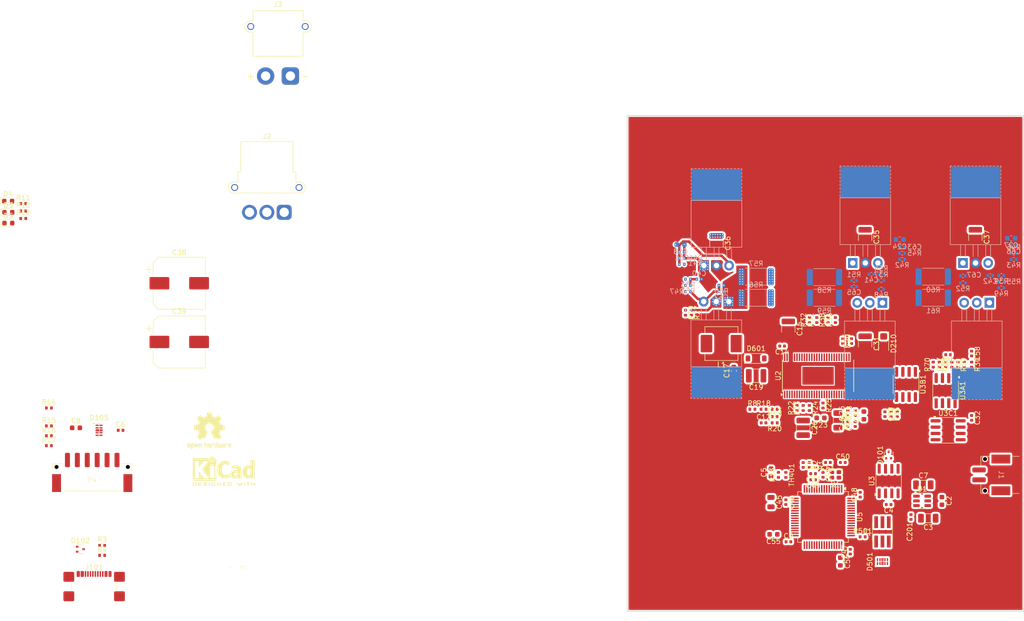
<source format=kicad_pcb>
(kicad_pcb (version 20241229) (generator "pcbnew") (generator_version "9.0")
  (layers (0 "F.Cu" mixed) (4 "In1.Cu" power) (6 "In2.Cu" mixed) (8 "In3.Cu" mixed) (10 "In4.Cu" power) (2 "B.Cu" signal) (13 "F.Paste" user) (15 "B.Paste" user) (5 "F.SilkS" user "F.Silkscreen") (7 "B.SilkS" user "B.Silkscreen") (1 "F.Mask" user) (3 "B.Mask" user) (25 "Edge.Cuts" user))
  (net 0 "")
  (net 1 "/MCU/AN_IN")
  (net 2 "Net-(U1-CP+)")
  (net 3 "Net-(U1-CP-)")
  (net 4 "VCC")
  (net 5 "Net-(U1-VOUT)")
  (net 6 "/MCU/ADC_TEMP")
  (net 7 "/Filters/TEMP_IN")
  (net 8 "Net-(C12-Pad2)")
  (net 9 "Net-(U2-COMP)")
  (net 10 "Net-(U2-SS_TR)")
  (net 11 "V_SUPPLY")
  (net 12 "/MCU/BR_SO1")
  (net 13 "Net-(U2-BST_BK)")
  (net 14 "Net-(D601-K)")
  (net 15 "Net-(U2-BST_A)")
  (net 16 "/Mosfet driver/H1_VS")
  (net 17 "Net-(U2-CP2)")
  (net 18 "Net-(U2-CP1)")
  (net 19 "/Mosfet driver/H2_VS")
  (net 20 "Net-(U2-BST_B)")
  (net 21 "Net-(U2-GVDD)")
  (net 22 "Net-(U2-BST_C)")
  (net 23 "/Mosfet driver/H3_VS")
  (net 24 "Net-(U2-DVDD)")
  (net 25 "GND")
  (net 26 "SNA")
  (net 27 "Net-(U2-AVDD)")
  (net 28 "SNB")
  (net 29 "SNC")
  (net 30 "Net-(C40-Pad2)")
  (net 31 "Net-(C41-Pad2)")
  (net 32 "Net-(C42-Pad2)")
  (net 33 "Net-(U5-PH0-OSC_IN)")
  (net 34 "Net-(U5-PH1-OSC_OUT)")
  (net 35 "NRST")
  (net 36 "Net-(U5-VCAP1)")
  (net 37 "Net-(U5-VCAP2)")
  (net 38 "/MCU/BR_SO2")
  (net 39 "/MCU/BR_SO3")
  (net 40 "Net-(U3B1B-+)")
  (net 41 "Net-(Q1-G)")
  (net 42 "Net-(Q4-G)")
  (net 43 "Net-(Q2-G)")
  (net 44 "Net-(Q5-G)")
  (net 45 "Net-(Q3-G)")
  (net 46 "Net-(Q6-G)")
  (net 47 "Net-(D3-A)")
  (net 48 "Net-(D4-A)")
  (net 49 "Net-(D5-A)")
  (net 50 "/CAN bus transceiver/CANL")
  (net 51 "/CAN bus transceiver/CANH")
  (net 52 "Net-(D102-Pad2)")
  (net 53 "Net-(D102-Pad1)")
  (net 54 "/Filters/HALL2_IN")
  (net 55 "/HALL3")
  (net 56 "/Filters/HALL1_IN")
  (net 57 "SWDIO")
  (net 58 "SWCLK")
  (net 59 "PB3")
  (net 68 "/MCU/USB_DM")
  (net 69 "/MCU/USB_DP")
  (net 70 "Net-(R6-Pad2)")
  (net 71 "Net-(R30-Pad2)")
  (net 72 "Net-(U2-VSENSE)")
  (net 73 "/MCU/LED_RED")
  (net 74 "/MCU/LED_GREEN")
  (net 75 "Net-(U2-RT_CLK)")
  (net 76 "/MCU/FAULT")
  (net 77 "Net-(U2-DTC)")
  (net 78 "/MCU/SDO")
  (net 79 "/MCU/EN_GATE")
  (net 80 "Net-(U2-S01)")
  (net 81 "/MCU/SENS1")
  (net 82 "Net-(U2-S02)")
  (net 83 "/MCU/SENS2")
  (net 84 "/MCU/SENS3")
  (net 85 "/Mosfet driver/GH_A")
  (net 86 "/Mosfet driver/GH_B")
  (net 87 "/Mosfet driver/GH_C")
  (net 88 "/Mosfet driver/GL_A")
  (net 89 "/Mosfet driver/GL_B")
  (net 90 "/Mosfet driver/GL_C")
  (net 91 "Net-(U3A1A--)")
  (net 92 "Net-(U3A1A-+)")
  (net 93 "Net-(R70-Pad2)")
  (net 94 "Net-(U3B1B--)")
  (net 95 "/MCU/H3")
  (net 97 "/MCU/L2")
  (net 98 "/MCU/L3")
  (net 100 "/MCU/SLCK")
  (net 101 "/MCU/H2")
  (net 102 "/MCU/L1")
  (net 103 "/MCU/H1")
  (net 105 "/MCU/SDI")
  (net 107 "/MCU/CS")
  (net 108 "/CAN bus transceiver/CAN_RX")
  (net 109 "/CAN bus transceiver/CAN_TX")
  (net 110 "PC5")
  (net 111 "/MCU/TX_SCL_MOSI")
  (net 112 "PC13")
  (net 113 "PB4")
  (net 114 "/MCU/RX_SDA_NSS")
  (net 115 "PB2")
  (net 116 "PC14")
  (net 117 "/MCU/SCK_ADC_EXT")
  (net 118 "/MCU/SERVO")
  (net 119 "/MCU/MISO_ADC_EXT2")
  (net 120 "PD2")
  (net 121 "PC15")
  (net 122 "PB12")
  (net 123 "PA15")
  (footprint "Symbol:KiCad-Logo2_5mm_SilkScreen" (layer "F.Cu") (at 18.58687 121.737424)
    (property "Reference" "H9" (hide yes))
    (property "Value" "KiCAD Logo" (hide yes))
  )
  (footprint "Resistor_SMD:R_0402_1005Metric" (layer "F.Cu") (at 142 91.25 90)
    (property "Reference" "R36")
    (property "Value" "47k")
  )
  (footprint "Package_SO:HTSSOP-56-1EP_6.1x14mm_P0.5mm_EP3.61x6.35mm" (layer "F.Cu") (at 138.5 102.5 90)
    (property "Reference" "U2")
    (property "Value" "DRV8301")
  )
  (footprint "Resistor_SMD:R_0402_1005Metric" (layer "F.Cu") (at 135.5 109 90)
    (property "Reference" "R23")
    (property "Value" "10k")
  )
  (footprint "Resistor_SMD:R_0402_1005Metric" (layer "F.Cu") (at -16.74 114.61)
    (property "Reference" "R16")
    (property "Value" "2k2")
  )
  (footprint "Bluesat:M2.5" (layer "F.Cu") (at 21.055 141.995)
    (property "Reference" "H13")
    (property "Value" "MountingHole")
  )
  (footprint "Resistor_SMD:R_0402_1005Metric" (layer "F.Cu") (at 168 100.25 90)
    (property "Reference" "R6")
    (property "Value" "10k")
  )
  (footprint "Bluesat:M2.5" (layer "F.Cu") (at 13.655 138.295)
    (property "Reference" "H1")
    (property "Value" "MountingHole")
  )
  (footprint "Package_SO:SOIC-8_3.9x4.9mm_P1.27mm" (layer "F.Cu") (at 152.75 123.75 90)
    (property "Reference" "U3")
    (property "Value" "TCAN1462V")
  )
  (footprint "Resistor_SMD:R_0402_1005Metric" (layer "F.Cu") (at -16.74 112.62)
    (property "Reference" "R15")
    (property "Value" "2k2")
  )
  (footprint "Capacitor_SMD:C_0402_1005Metric" (layer "F.Cu") (at 127.5 112)
    (property "Reference" "C12")
    (property "Value" "10n")
  )
  (footprint "Capacitor_SMD:C_0402_1005Metric" (layer "F.Cu") (at 152 110.25 -90)
    (property "Reference" "C59")
    (property "Value" "100n")
  )
  (footprint "Capacitor_SMD:C_0402_1005Metric" (layer "F.Cu") (at 137.5 122.25 180)
    (property "Reference" "C53")
    (property "Value" "220n")
  )
  (footprint "Bluesat:M2.5" (layer "F.Cu") (at 17.355 141.995)
    (property "Reference" "H6")
    (property "Value" "MountingHole")
  )
  (footprint "Resistor_SMD:R_0402_1005Metric" (layer "F.Cu") (at -21.925 67.75)
    (property "Reference" "R11")
    (property "Value" "470R")
  )
  (footprint "Capacitor_SMD:C_0603_1608Metric" (layer "F.Cu") (at 129 122.01 90)
    (property "Reference" "C5")
    (property "Value" "2u2")
  )
  (footprint "Resistor_SMD:R_0402_1005Metric" (layer "F.Cu") (at 112.94 89.76 -90)
    (property "Reference" "R27")
    (property "Value" "47k")
  )
  (footprint "Package_SO:SOP-8_3.76x4.96mm_P1.27mm" (layer "F.Cu") (at 164.25 105.5 -90)
    (property "Reference" "U3A1")
    (property "Value" "TP2604-SR")
  )
  (footprint "Inductor_SMD:L_Changjiang_FXL0630" (layer "F.Cu") (at 119 96 180)
    (property "Reference" "L1")
    (property "Value" "47u")
  )
  (footprint "Package_SO:SOP-8_3.76x4.96mm_P1.27mm" (layer "F.Cu") (at 164.75 113.5)
    (property "Reference" "U3C1")
    (property "Value" "TP2604-SR")
  )
  (footprint "Package_DFN_QFN:Diodes_UDFN-10_1.0x2.5mm_P0.5mm" (layer "F.Cu") (at -6.6125 113.5)
    (property "Reference" "D105")
    (property "Value" "3V3")
  )
  (footprint "Resistor_SMD:R_0402_1005Metric" (layer "F.Cu") (at 138.25 91.25 90)
    (property "Reference" "R31")
    (property "Value" "47k")
  )
  (footprint "Capacitor_SMD:C_1210_3225Metric" (layer "F.Cu") (at 126 102.5 180)
    (property "Reference" "C19")
    (property "Value" "22u")
  )
  (footprint "Resistor_SMD:R_0402_1005Metric" (layer "F.Cu") (at 154.5 110.25 90)
    (property "Reference" "R34")
    (property "Value" "10k")
  )
  (footprint "Bluesat:BM06B-PASK" (layer "F.Cu") (at -8 119.5)
    (property "Reference" "P4")
    (property "Value" "HALL/Encoder")
  )
  (footprint "Capacitor_SMD:C_0402_1005Metric" (layer "F.Cu") (at 157.25 131 -90)
    (property "Reference" "C201")
    (property "Value" "220n")
  )
  (footprint "Connector_AMASS:AMASS_XT30PW-M_1x02_P2.50mm_Horizontal" (layer "F.Cu") (at 32 42)
    (property "Reference" "J3")
    (property "Value" "Conn_01x02")
  )
  (footprint "Package_SO:SOP-8_3.76x4.96mm_P1.27mm" (layer "F.Cu") (at 156.25 104.25 -90)
    (property "Reference" "U3B1")
    (property "Value" "TP2604-SR")
  )
  (footprint "Capacitor_SMD:C_0402_1005Metric" (layer "F.Cu") (at 143.5 120)
    (property "Reference" "C50")
    (property "Value" "10p")
  )
  (footprint "LED_SMD:LED_0603_1608Metric" (layer "F.Cu") (at -24.925 69.5)
    (property "Reference" "D3")
    (property "Value" "RED")
  )
  (footprint "Capacitor_SMD:C_0402_1005Metric" (layer "F.Cu") (at 145.25 95.5 90)
    (property "Reference" "C33")
    (property "Value" "1n")
  )
  (footprint "Resistor_SMD:R_0402_1005Metric" (layer "F.Cu") (at 164.25 100.25 90)
    (property "Reference" "R67")
    (property "Value" "1k")
  )
  (footprint "Capacitor_SMD:C_1210_3225Metric" (layer "F.Cu") (at 170.25 74.5 -90)
    (property "Reference" "C37")
    (property "Value" "4u7")
  )
  (footprint "Package_DFN_QFN:Diodes_UDFN-10_1.0x2.5mm_P0.5mm" (layer "F.Cu") (at 151.5 140 90)
    (property "Reference" "D501")
    (property "Value" "3V3")
  )
  (footprint "Package_TO_SOT_SMD:SOT-523" (layer "F.Cu") (at 152.75 118.5 90)
    (property "Reference" "D101")
    (property "Value" "5V")
  )
  (footprint "LED_SMD:LED_0603_1608Metric" (layer "F.Cu") (at -24.9625 67.25)
    (property "Reference" "D4")
    (property "Value" "GRN")
  )
  (footprint "Package_TO_SOT_SMD:SOT-23-6" (layer "F.Cu") (at 159.5 127.75)
    (property "Reference" "U1")
    (property "Value" "HX4002")
  )
  (footprint "Package_QFP:LQFP-64_10x10mm_P0.5mm" (layer "F.Cu") (at 139.5 131 -90)
    (property "Reference" "U5")
    (property "Value" "STM32F405RGT6")
  )
  (footprint "Resistor_SMD:R_0402_1005Metric" (layer "F.Cu") (at -21.925 69.25)
    (property "Reference" "R10")
    (property "Value" "470R")
  )
  (footprint "Resistor_SMD:R_0402_1005Metric" (layer "F.Cu") (at -21.925 70.75)
    (property "Reference" "R12")
    (property "Value" "2k2")
  )
  (footprint "Capacitor_SMD:CP_Elec_10x10" (layer "F.Cu") (at 9.565 83.82)
    (property "Reference" "C38")
    (property "Value" "270u")
  )
  (footprint "Capacitor_SMD:C_0402_1005Metric" (layer "F.Cu") (at 146 112.25 90)
    (property "Reference" "C57")
    (property "Value" "1n")
  )
  (footprint "Resistor_SMD:R_0402_1005Metric" (layer "F.Cu") (at -6 136.75)
    (property "Reference" "R3")
    (property "Value" "22R")
  )
  (footprint "Resistor_SMD:R_0402_1005Metric" (layer "F.Cu") (at 147.5 135)
    (property "Reference" "R501")
    (property "Value" "10k")
  )
  (footprint "Resistor_SMD:R_0402_1005Metric" (layer "F.Cu") (at 129.75 112 180)
    (property "Reference" "R20")
    (property "Value" "15k")
  )
  (footprint "Capacitor_SMD:C_0402_1005Metric" (layer "F.Cu") (at 132 128 -90)
    (property "Reference" "C46")
    (property "Value" "220n")
  )
  (footprint "Bluesat:M2.5" (layer "F.Cu") (at 21.055 138.295)
    (property "Reference" "H8")
    (property "Value" "MountingHole")
  )
  (footprint "Capacitor_SMD:C_0402_1005Metric" (layer "F.Cu") (at 164.75 98.25 180)
    (property "Reference" "C34")
    (property "Value" "1n")
  )
  (footprint "Capacitor_SMD:C_0603_1608Metric" (layer "F.Cu") (at 163.5 127.75 -90)
    (property "Reference" "C2")
    (property "Value" "2u2")
  )
  (footprint "Diode_SMD:D_SOD-123" (layer "F.Cu") (at 126 99)
    (property "Reference" "D601")
    (property "Value" "D_Schottky")
  )
  (footprint "Capacitor_SMD:CP_Elec_10x10" (layer "F.Cu") (at 9.565 95.67)
    (property "Reference" "C39")
    (property "Value" "270u")
  )
  (footprint "Resistor_SMD:R_0402_1005Metric" (layer "F.Cu") (at 146 110 90)
    (property "Reference" "R28")
    (property "Value" "1k")
  )
  (footprint "Resistor_SMD:R_0402_1005Metric" (layer "F.Cu") (at 127.5 109.25)
    (property "Reference" "R18")
    (property "Value" "4k7")
  )
  (footprint "Capacitor_SMD:C_0603_1608Metric" (layer "F.Cu") (at 147.75 110.5 90)
    (property "Reference" "C30")
    (property "Value" "2u2")
  )
  (footprint "Capacitor_SMD:C_0603_1608Metric" (layer "F.Cu") (at 129.5 134.5 180)
    (property "Reference" "C55")
    (property "Value" "2u2")
  )
  (footprint "Capacitor_SMD:C_0402_1005Metric" (layer "F.Cu") (at 131.25 96.5 180)
    (property "Reference" "C14")
    (property "Value" "10n")
  )
  (footprint "Resistor_SMD:R_0402_1005Metric" (layer "F.Cu") (at 134.25 109 90)
    (property "Reference" "R22")
    (property "Value" "10k")
  )
  (footprint "Resistor_SMD:R_0402_1005Metric" (layer "F.Cu") (at 165.5 100.25 90)
    (property "Reference" "R66")
    (property "Value" "1k")
  )
  (footprint "Capacitor_SMD:C_0402_1005Metric" (layer "F.Cu") (at 169.5 111 -90)
    (property "Reference" "C32")
    (property "Value" "220n")
  )
  (footprint "Capacitor_SMD:C_1206_3216Metric" (layer "F.Cu") (at 160.75 131.25 180)
    (property "Reference" "C3")
    (property "Value" "10u")
  )
  (footprint "Resistor_SMD:R_0402_1005Metric" (layer "F.Cu") (at 139.5 108.5 -90)
    (property "Reference" "R25")
    (property "Value" "2k2")
  )
  (footprint "Symbol:OSHW-Logo2_9.8x8mm_SilkScreen" (layer "F.Cu") (at 15.646154 113.572308)
    (property "Reference" "H4" (hide yes))
    (property "Value" "Open Hardware Logo" (hide yes))
  )
  (footprint "Capacitor_SMD:C_0603_1608Metric" (layer "F.Cu") (at -11.275 113)
    (property "Reference" "C8")
    (property "Value" "2u2")
  )
  (footprint "Capacitor_SMD:C_1210_3225Metric" (layer "F.Cu") (at 118 75.75 -90)
    (property "Reference" "C36")
    (property "Value" "4u7")
  )
  (footprint "Resistor_SMD:R_0402_1005Metric" (layer "F.Cu") (at 136.75 109 -90)
    (property "Reference" "R24")
    (property "Value" "1k")
  )
  (footprint "Resistor_SMD:R_0402_1005Metric" (layer "F.Cu") (at 140.5 91.25 90)
    (property "Reference" "R38")
    (property "Value" "2k2")
  )
  (footprint "Connector_PinHeader_1.27mm:PinHeader_2x03_P1.27mm_Vertical_SMD" (layer "F.Cu") (at 151.5 134 90)
    (property "Reference" "J7")
    (property "Value" "Conn_02x03_Odd_Even")
  )
  (footprint "Capacitor_SMD:C_0402_1005Metric" (layer "F.Cu") (at 147 126.5 90)
    (property "Reference" "C48")
    (property "Value" "220n")
  )
  (footprint "Resistor_SMD:R_0402_1005Metric" (layer "F.Cu") (at 166.75 100.25 -90)
    (property "Reference" "R69")
    (property "Value" "10k")
  )
  (footprint "Resistor_SMD:R_0402_1005Metric" (layer "F.Cu") (at 136.75 91.25 90)
    (property "Reference" "R32")
    (property "Value" "2k2")
  )
  (footprint "Capacitor_SMD:C_0402_1005Metric" (layer "F.Cu") (at 152.75 128.5 180)
    (property "Reference" "C4")
    (property "Value" "220n")
  )
  (footprint "Capacitor_SMD:C_0402_1005Metric" (layer "F.Cu") (at 144.5 112.25 90)
    (property "Reference" "C16")
    (property "Value" "1n")
  )
  (footprint "Resistor_SMD:R_0402_1005Metric" (layer "F.Cu") (at 153.25 110.25 -90)
    (property "Reference" "R35")
    (property "Value" "10k")
  )
  (footprint "Capacitor_SMD:C_1210_3225Metric" (layer "F.Cu") (at 132.5 93 -90)
    (property "Reference" "C15")
    (property "Value" "4u7")
  )
  (footprint "Crystal:Crystal_SMD_2016-4Pin_2.0x1.6mm" (layer "F.Cu") (at 142 122.5 180)
    (property "Reference" "X1")
    (property "Value" "24MHz")
  )
  (footprint "Resistor_SMD:R_0402_1005Metric" (layer "F.Cu") (at 138 120.5 -90)
    (property "Reference" "R1")
    (property "Value" "220k")
  )
  (footprint "Capacitor_SMD:C_1206_3216Metric" (layer "F.Cu") (at 142.5 111.5 -90)
    (property "Reference" "C28")
    (property "Value" "2u2")
  )
  (footprint "Capacitor_SMD:C_0603_1608Metric" (layer "F.Cu") (at 143 140 -90)
    (property "Reference" "C56")
    (property "Value" "2u2")
  )
  (footprint "Resistor_SMD:R_0402_1005Metric" (layer "F.Cu") (at -16.74 109)
    (property "Reference" "R14")
    (property "Value" "10k")
  )
  (footprint "LED_SMD:LED_0603_1608Metric" (layer "F.Cu") (at -24.925 71.68)
    (property "Reference" "D5")
    (property "Value" "BLU")
  )
  (footprint "Diode_SMD:D_SMF" (layer "F.Cu") (at 151.75 96 -90)
    (property "Reference" "D210")
    (property "Value" "30V")
  )
  (footprint "Capacitor_SMD:C_0402_1005Metric" (layer "F.Cu") (at 132.52 136)
    (property "Reference" "C9")
    (property "Value" "220n")
  )
  (footprint "Resistor_SMD:R_0402_1005Metric" (layer "F.Cu") (at 169.5 100.25 -90)
    (property "Reference" "R30")
    (property "Value" "1k")
  )
  (footprint "Resistor_SMD:R_0402_1005Metric" (layer "F.Cu") (at 136.75 120.5 -90)
    (property "Reference" "R2")
    (property "Value" "10k")
  )
  (footprint "Resistor_SMD:R_0402_1005Metric" (layer "F.Cu") (at 163 100.25 -90)
    (property "Reference" "R73")
    (property "Value" "10k")
  )
  (footprint "Capacitor_SMD:C_1210_3225Metric" (layer "F.Cu") (at 148 96 -90)
    (property "Reference" "C31")
    (property "Value" "4u7")
  )
  (footprint "Capacitor_SMD:C_0402_1005Metric" (layer "F.Cu") (at 135.5 120.5 -90)
    (property "Reference" "C1")
    (property "Value" "33n")
  )
  (footprint "Connector_AMASS:AMASS_MR30PW-FB_1x03_P3.50mm_Horizontal" (layer "F.Cu") (at 30.75 69.5)
    (property "Reference" "J2")
    (property "Value" "Conn_01x03")
  )
  (footprint "Capacitor_SMD:C_1210_3225Metric" (layer "F.Cu") (at 148 74.5 -90)
    (property "Reference" "C35")
    (property "Value" "4u7")
  )
  (footprint "Bluesat:M2.5" (layer "F.Cu") (at 13.655 141.995)
    (property "Reference" "H2")
    (property "Value" "MountingHole")
  )
  (footprint "Capacitor_SMD:C_0402_1005Metric" (layer "F.Cu") (at 129.75 110.75)
    (property "Reference" "C13")
    (property "Value" "100p")
  )
  (footprint "Resistor_SMD:R_0402_1005Metric" (layer "F.Cu") (at 144.5 110 90)
    (property "Reference" "R26")
    (property "Value" "1k")
  )
  (footprint "Capacitor_SMD:C_0402_1005Metric" (layer "F.Cu") (at 139.5 122.5 -90)
    (property "Reference" "C52")
    (property "Value" "100n")
  )
  (footprint "Capacitor_SMD:C_0603_1608Metric" (layer "F.Cu") (at 121.5 101.5 90)
    (property "Reference" "C17")
    (property "Value" "100n")
  )
  (footprint "Capacitor_SMD:C_0402_1005Metric" (layer "F.Cu") (at 145 138 90)
    (property "Reference" "C47")
    (property "Value" "220n")
  )
  (footprint "Connector_USB:USB_C_Receptacle_GCT_USB4110" (layer "F.Cu") (at -7.61 146.175)
    (property "Reference" "J101")
    (property "Value" "USB_C_Receptacle_USB2.0_16P")
  )
  (footprint "Resistor_SMD:R_0402_1005Metric" (layer "F.Cu") (at -6 138.74)
    (property "Reference" "R4")
    (property "Value" "22R")
  )
  (footprint "Capacitor_SMD:C_0402_1005Metric" (layer "F.Cu") (at 169.5 98 -90)
    (property "Reference" "C58")
    (property "Value" "1n")
  )
  (footprint "Resistor_SMD:R_0402_1005Metric" (layer "F.Cu") (at 161.75 100.25 90)
    (property "Reference" "R70")
    (property "Value" "10k")
  )
  (footprint "Resistor_SMD:R_0402_1005Metric" (layer "F.Cu") (at -16.74 116.6)
    (property "Reference" "R17")
    (property "Value" "2k2")
  )
  (footprint "Capacitor_SMD:C_0402_1005Metric" (layer "F.Cu") (at 143.5 95.5 -90)
    (property "Reference" "C29")
    (property "Value" "1n")
  )
  (footprint "Bluesat:M2.5" (layer "F.Cu") (at 17.355 138.295)
    (property "Reference" "H5")
    (property "Value" "MountingHole")
  )
  (footprint "Capacitor_SMD:C_0603_1608Metric" (layer "F.Cu") (at 139 111 180)
    (property "Reference" "C23")
    (property "Value" "33n")
  )
  (footprint "Package_TO_SOT_SMD:SOT-523" (layer "F.Cu") (at -10.395 137.5)
    (property "Reference" "D102")
    (property "Value" "5V")
  )
  (footprint "Resistor_SMD:R_0402_1005Metric" (layer "F.Cu") (at 129.75 109.25 180)
    (property "Reference" "R19")
    (property "Value" "220k")
  )
  (footprint "Resistor_SMD:R_0402_1005Metric" (layer "F.Cu") (at 111.75 89.76 -90)
    (property "Reference" "R29")
    (property "Value" "2k2")
  )
  (footprint "Resistor_SMD:R_0402_1005Metric" (layer "F.Cu") (at 130.5 122.5 90)
    (property "Reference" "R13")
    (property "Value" "10k")
  )
  (footprint "Bluesat:SM02B-PASS" (layer "F.Cu") (at 179.6 122.5 -90)
    (property "Reference" "J1")
    (property "Value" "Conn_01x02")
  )
  (footprint "Capacitor_SMD:C_0805_2012Metric" (layer "F.Cu") (at 129 128 -90)
    (property "Reference" "C45")
    (property "Value" "4u7")
  )
  (footprint "Capacitor_SMD:C_1206_3216Metric" (layer "F.Cu") (at 159.75 124.5)
    (property "Reference" "C7")
    (property "Value" "10u")
  )
  (footprint "Capacitor_SMD:C_0402_1005Metric" (layer "F.Cu") (at -2.27 113.5)
    (property "Reference" "C6")
    (property "Value" "100n")
  )
  (footprint "Capacitor_SMD:C_0402_1005Metric" (layer "F.Cu") (at 140.5 120 180)
    (property "Reference" "C51")
    (property "Value" "10p")
  )
  (footprint "Resistor_SMD:R_0402_1005Metric" (layer "F.Cu") (at 125.25 109.25)
    (property "Reference" "R8")
    (property "Value" "15k")
  )
  (footprint "Resistor_SMD:R_0402_1005Metric" (layer "F.Cu") (at 132 122.51 -90)
    (property "Reference" "TH401")
    (property "Value" "10k")
  )
  (footprint "Capacitor_SMD:C_0402_1005Metric" (layer "F.Cu") (at 137.5 123.5 180)
    (property "Reference" "C49")
    (property "Value" "220n")
  )
  (footprint "Capacitor_SMD:C_1210_3225Metric" (layer "F.Cu") (at 135.5 113 -90)
    (property "Reference" "C26")
    (property "Value" "4u7")
  )
  (footprint "Capacitor_SMD:C_0402_1005Metric" (layer "B.Cu") (at 178 76.25)
    (property "Reference" "C66")
    (property "Value" "1n")
  )
  (footprint "Resistor_SMD:R_0402_1005Metric" (layer "B.Cu") (at 151.26 85)
    (property "Reference" "R48")
    (property "Value" "10R")
  )
  (footprint "Bluesat:TO-220-3-heatsink-pad-tabdown" (layer "B.Cu") (at 175.65 101.88 180)
    (property "Reference" "Q6" (hide yes))
    (property "Value" "NCEP60T20" (hide yes))
  )
  (footprint "Capacitor_SMD:C_0402_1005Metric" (layer "B.Cu") (at 111 77.5)
    (property "Reference" "C61")
    (property "Value" "1n")
  )
  (footprint "Resistor_SMD:R_2512_6332Metric" (layer "B.Cu") (at 161.75 82.5)
    (property "Reference" "R60")
    (property "Value" "1m")
  )
  (footprint "Resistor_SMD:R_0402_1005Metric" (layer "B.Cu") (at 175.5 84.75)
    (property "Reference" "R49")
    (property "Value" "10R")
  )
  (footprint "Bluesat:TO-220-3-heatsink-pad-tabdown" (layer "B.Cu") (at 142.9325 65.6)
    (property "Reference" "Q2" (hide yes))
    (property "Value" "NCEP60T20" (hide yes))
  )
  (footprint "Resistor_SMD:R_0402_1005Metric" (layer "B.Cu") (at 155.475 79)
    (property "Reference" "R42")
    (property "Value" "10R")
  )
  (footprint "Resistor_SMD:R_0402_1005Metric" (layer "B.Cu") (at 112.25 83)
    (property "Reference" "R33")
    (property "Value" "10R")
  )
  (footprint "Resistor_SMD:R_2512_6332Metric" (layer "B.Cu") (at 161.75 86.75)
    (property "Reference" "R61")
    (property "Value" "1m")
  )
  (footprint "Capacitor_SMD:C_0603_1608Metric" (layer "B.Cu") (at 177.475 74.75)
    (property "Reference" "C27")
    (property "Value" "330n")
  )
  (footprint "Resistor_SMD:R_0402_1005Metric" (layer "B.Cu") (at 175.5 83.5 180)
    (property "Reference" "R55")
    (property "Value" "10R")
  )
  (footprint "Resistor_SMD:R_2512_6332Metric" (layer "B.Cu") (at 139.7875 86.75)
    (property "Reference" "R59")
    (property "Value" "1m")
  )
  (footprint "Capacitor_SMD:C_0603_1608Metric" (layer "B.Cu") (at 110.75 76)
    (property "Reference" "C18")
    (property "Value" "330n")
  )
  (footprint "Resistor_SMD:R_0402_1005Metric" (layer "B.Cu") (at 111 78.75)
    (property "Reference" "R44")
    (property "Value" "4k7")
  )
  (footprint "Resistor_SMD:R_0402_1005Metric" (layer "B.Cu") (at 112.25 84.25)
    (property "Reference" "R53")
    (property "Value" "10R")
  )
  (footprint "Resistor_SMD:R_2512_6332Metric" (layer "B.Cu") (at 139.7875 82.59)
    (property "Reference" "R58")
    (property "Value" "1m")
  )
  (footprint "Resistor_SMD:R_0402_1005Metric" (layer "B.Cu") (at 151.24 82 180)
    (property "Reference" "R54")
    (property "Value" "10R")
  )
  (footprint "Bluesat:TO-220-3-heatsink-pad-tabdown" (layer "B.Cu") (at 123.0675 101.65 180)
    (property "Reference" "Q4" (hide yes))
    (property "Value" "NCEP60T20" (hide yes))
  )
  (footprint "Resistor_SMD:R_0402_1005Metric" (layer "B.Cu") (at 119 84.25)
    (property "Reference" "R50")
    (property "Value" "4k7")
  )
  (footprint "Capacitor_SMD:C_0402_1005Metric" (layer "B.Cu") (at 149.25 82)
    (property "Reference" "C41")
    (property "Value" "3n3")
  )
  (footprint "Capacitor_SMD:C_0603_1608Metric" (layer "B.Cu") (at 154.975 75)
    (property "Reference" "C24")
    (property "Value" "330n")
  )
  (footprint "Resistor_SMD:R_0402_1005Metric" (layer "B.Cu") (at 175.5 82.25)
    (property "Reference" "R39")
    (property "Value" "10R")
  )
  (footprint "Resistor_SMD:R_0402_1005Metric" (layer "B.Cu") (at 151.26 83.25 180)
    (property "Reference" "R37")
    (property "Value" "10R")
  )
  (footprint "Bluesat:TO-220-3-heatsink-pad-tabdown" (layer "B.Cu") (at 112.89 66.12)
    (property "Reference" "Q1" (hide yes))
    (property "Value" "NCEP60T20" (hide yes))
  )
  (footprint "Resistor_SMD:R_0402_1005Metric" (layer "B.Cu") (at 155.475 77.75 180)
    (property "Reference" "R45")
    (property "Value" "4k7")
  )
  (footprint "Resistor_SMD:R_2512_6332Metric" (layer "B.Cu") (at 126 82.5 180)
    (property "Reference" "R57")
    (property "Value" "1m")
  )
  (footprint "Resistor_SMD:R_0402_1005Metric" (layer "B.Cu") (at 111 80)
    (property "Reference" "R41")
    (property "Value" "10R")
  )
  (footprint "Bluesat:TO-220-3-heatsink-pad-tabdown" (layer "B.Cu") (at 165.1825 65.6)
    (property "Reference" "Q3" (hide yes))
    (property "Value" "NCEP60T20" (hide yes))
  )
  (footprint "Resistor_SMD:R_0402_1005Metric" (layer "B.Cu") (at 178 79)
    (property "Reference" "R43")
    (property "Value" "10R")
  )
  (footprint "Bluesat:TO-220-3-heatsink-pad-tabdown" (layer "B.Cu") (at 154.0675 101.9 180)
    (property "Reference" "Q5" (hide yes))
    (property "Value" "NCEP60T20" (hide yes))
  )
  (footprint "Capacitor_SMD:C_0402_1005Metric" (layer "B.Cu") (at 173.25 82.25)
    (property "Reference" "C42")
    (property "Value" "3n3")
  )
  (footprint "Resistor_SMD:R_0402_1005Metric" (layer "B.Cu") (at 167.75 83.75)
    (property "Reference" "R52")
    (property "Value" "4k7")
  )
  (footprint "Capacitor_SMD:C_0402_1005Metric" (layer "B.Cu") (at 119 85.5)
    (property "Reference" "C62")
    (property "Value" "1n")
  )
  (footprint "Resistor_SMD:R_0402_1005Metric" (layer "B.Cu") (at 178 77.75 180)
    (property "Reference" "R46")
    (property "Value" "4k7")
  )
  (footprint "Resistor_SMD:R_0402_1005Metric" (layer "B.Cu") (at 112.25 85.5 180)
    (property "Reference" "R47")
    (property "Value" "10R")
  )
  (footprint "Capacitor_SMD:C_0402_1005Metric" (layer "B.Cu") (at 145.77 84.5)
    (property "Reference" "C65")
    (property "Value" "1n")
  )
  (footprint "Capacitor_SMD:C_0402_1005Metric" (layer "B.Cu") (at 114.5 83 180)
    (property "Reference" "C40")
    (property "Value" "3n3")
  )
  (footprint "Resistor_SMD:R_2512_6332Metric" (layer "B.Cu") (at 126 86.75 180)
    (property "Reference" "R56")
    (property "Value" "1m")
  )
  (footprint "Resistor_SMD:R_0402_1005Metric" (layer "B.Cu") (at 145.75 83.25 180)
    (property "Reference" "R51")
    (property "Value" "4k7")
  )
  (footprint "Capacitor_SMD:C_0402_1005Metric" (layer "B.Cu") (at 167.75 82.32 180)
    (property "Reference" "C67")
    (property "Value" "1n")
  )
  (footprint "Capacitor_SMD:C_0402_1005Metric" (layer "B.Cu") (at 155.495 76.5)
    (property "Reference" "C63")
    (property "Value" "1n")
  )
  (gr_rect (start 100 50) (end 180 150) (stroke (width 0.15)) (fill no) (layer "Edge.Cuts"))
  (via (at 109.75 76) (size 0.45) (drill 0.2) (layers "F.Cu" "B.Cu") (net 15))
  (segment (start 112.94 89.25) (end 116.25 89.25) (width 0.5) (layer "F.Cu") (net 16))
  (segment (start 114 78.75) (end 114.75 79.5) (width 0.5) (layer "F.Cu") (net 16))
  (segment (start 111.5 78.75) (end 114 78.75) (width 0.5) (layer "F.Cu") (net 16))
  (segment (start 116.25 89.25) (end 117.45 88.05) (width 0.5) (layer "F.Cu") (net 16))
  (segment (start 111.5 76) (end 111.5 77.5) (width 0.5) (layer "F.Cu") (net 16))
  (segment (start 111.5 77.5) (end 111.5 78.75) (width 0.5) (layer "F.Cu") (net 16))
  (via (at 115.75 81) (size 0.45) (drill 0.2) (layers "F.Cu" "B.Cu") (net 16))
  (via (at 116.25 80.5) (size 0.45) (drill 0.2) (layers "F.Cu" "B.Cu") (net 16))
  (via (at 116.25 81) (size 0.45) (drill 0.2) (layers "F.Cu" "B.Cu") (net 16))
  (via (at 114.75 80.5) (size 0.45) (drill 0.2) (layers "F.Cu" "B.Cu") (net 16))
  (via (at 112.94 89.25) (size 0.45) (drill 0.2) (layers "F.Cu" "B.Cu") (net 16))
  (via (at 115 83) (size 0.45) (drill 0.2) (layers "F.Cu" "B.Cu") (net 16))
  (via (at 114.75 79.5) (size 0.45) (drill 0.2) (layers "F.Cu" "B.Cu") (net 16))
  (via (at 115.25 79.5) (size 0.45) (drill 0.2) (layers "F.Cu" "B.Cu") (net 16))
  (via (at 117.45 88.05) (size 0.45) (drill 0.2) (layers "F.Cu" "B.Cu") (net 16))
  (via (at 118.75 87.5) (size 0.45) (drill 0.2) (layers "F.Cu" "B.Cu") (net 16))
  (via (at 115.75 79.5) (size 0.45) (drill 0.2) (layers "F.Cu" "B.Cu") (net 16))
  (via (at 111.5 76) (size 0.45) (drill 0.2) (layers "F.Cu" "B.Cu") (net 16))
  (via (at 116.25 79.5) (size 0.45) (drill 0.2) (layers "F.Cu" "B.Cu") (net 16))
  (via (at 117.95 86.7) (size 0.45) (drill 0.2) (layers "F.Cu" "B.Cu") (net 16))
  (via (at 117.35 87.05) (size 0.45) (drill 0.2) (layers "F.Cu" "B.Cu") (net 16))
  (via (at 117.95 88.3) (size 0.45) (drill 0.2) (layers "F.Cu" "B.Cu") (net 16))
  (via (at 118.5 86.95) (size 0.45) (drill 0.2) (layers "F.Cu" "B.Cu") (net 16))
  (via (at 117.2 87.55) (size 0.45) (drill 0.2) (layers "F.Cu" "B.Cu") (net 16))
  (via (at 118.5 88.05) (size 0.45) (drill 0.2) (layers "F.Cu" "B.Cu") (net 16))
  (via (at 114.75 80) (size 0.45) (drill 0.2) (layers "F.Cu" "B.Cu") (net 16))
  (via (at 116.25 80) (size 0.45) (drill 0.2) (layers "F.Cu" "B.Cu") (net 16))
  (via (at 111.5 78.75) (size 0.45) (drill 0.2) (layers "F.Cu" "B.Cu") (net 16))
  (via (at 115.25 81) (size 0.45) (drill 0.2) (layers "F.Cu" "B.Cu") (net 16))
  (via (at 111.5 77.5) (size 0.45) (drill 0.2) (layers "F.Cu" "B.Cu") (net 16))
  (via (at 114.75 81) (size 0.45) (drill 0.2) (layers "F.Cu" "B.Cu") (net 16))
  (via (at 118.25 74) (size 0.45) (drill 0.2) (layers "F.Cu" "B.Cu") (net 25))
  (via (at 129.25 84) (size 0.45) (drill 0.2) (layers "F.Cu" "B.Cu") (net 25))
  (via (at 118.25 74.5) (size 0.45) (drill 0.2) (layers "F.Cu" "B.Cu") (net 25))
  (via (at 111.75 84.25) (size 0.45) (drill 0.2) (layers "F.Cu" "B.Cu") (net 25))
  (via (at 129.25 87.25) (size 0.45) (drill 0.2) (layers "F.Cu" "B.Cu") (net 25))
  (via (at 129.25 85.25) (size 0.45) (drill 0.2) (layers "F.Cu" "B.Cu") (net 25))
  (via (at 128.75 86.25) (size 0.45) (drill 0.2) (layers "F.Cu" "B.Cu") (net 25))
  (via (at 129.25 83) (size 0.45) (drill 0.2) (layers "F.Cu" "B.Cu") (net 25))
  (via (at 129.25 81) (size 0.45) (drill 0.2) (layers "F.Cu" "B.Cu") (net 25))
  (via (at 116.75 74) (size 0.45) (drill 0.2) (layers "F.Cu" "B.Cu") (net 25))
  (via (at 129.25 86.25) (size 0.45) (drill 0.2) (layers "F.Cu" "B.Cu") (net 25))
  (via (at 129.25 83.5) (size 0.45) (drill 0.2) (layers "F.Cu" "B.Cu") (net 25))
  (via (at 129.25 82.5) (size 0.45) (drill 0.2) (layers "F.Cu" "B.Cu") (net 25))
  (via (at 129.25 81.5) (size 0.45) (drill 0.2) (layers "F.Cu" "B.Cu") (net 25))
  (via (at 128.75 86.75) (size 0.45) (drill 0.2) (layers "F.Cu" "B.Cu") (net 25))
  (via (at 128.75 83) (size 0.45) (drill 0.2) (layers "F.Cu" "B.Cu") (net 25))
  (via (at 119.25 74.5) (size 0.45) (drill 0.2) (layers "F.Cu" "B.Cu") (net 25))
  (via (at 117.75 74) (size 0.45) (drill 0.2) (layers "F.Cu" "B.Cu") (net 25))
  (via (at 129.25 82) (size 0.45) (drill 0.2) (layers "F.Cu" "B.Cu") (net 25))
  (via (at 119.25 74) (size 0.45) (drill 0.2) (layers "F.Cu" "B.Cu") (net 25))
  (via (at 117.25 74) (size 0.45) (drill 0.2) (layers "F.Cu" "B.Cu") (net 25))
  (via (at 128.75 81) (size 0.45) (drill 0.2) (layers "F.Cu" "B.Cu") (net 25))
  (via (at 128.75 88.25) (size 0.45) (drill 0.2) (layers "F.Cu" "B.Cu") (net 25))
  (via (at 128.75 87.75) (size 0.45) (drill 0.2) (layers "F.Cu" "B.Cu") (net 25))
  (via (at 129.25 88.25) (size 0.45) (drill 0.2) (layers "F.Cu" "B.Cu") (net 25))
  (via (at 128.75 85.75) (size 0.45) (drill 0.2) (layers "F.Cu" "B.Cu") (net 25))
  (via (at 129.25 87.75) (size 0.45) (drill 0.2) (layers "F.Cu" "B.Cu") (net 25))
  (via (at 117.25 74.5) (size 0.45) (drill 0.2) (layers "F.Cu" "B.Cu") (net 25))
  (via (at 128.75 82) (size 0.45) (drill 0.2) (layers "F.Cu" "B.Cu") (net 25))
  (via (at 111.75 89.25) (size 0.45) (drill 0.2) (layers "F.Cu" "B.Cu") (net 25))
  (via (at 129.25 86.75) (size 0.45) (drill 0.2) (layers "F.Cu" "B.Cu") (net 25))
  (via (at 128.75 87.25) (size 0.45) (drill 0.2) (layers "F.Cu" "B.Cu") (net 25))
  (via (at 118.75 74) (size 0.45) (drill 0.2) (layers "F.Cu" "B.Cu") (net 25))
  (via (at 128.75 84) (size 0.45) (drill 0.2) (layers "F.Cu" "B.Cu") (net 25))
  (via (at 116.75 74.5) (size 0.45) (drill 0.2) (layers "F.Cu" "B.Cu") (net 25))
  (via (at 128.75 85.25) (size 0.45) (drill 0.2) (layers "F.Cu" "B.Cu") (net 25))
  (via (at 111.75 83) (size 0.45) (drill 0.2) (layers "F.Cu" "B.Cu") (net 25))
  (via (at 129.25 85.75) (size 0.45) (drill 0.2) (layers "F.Cu" "B.Cu") (net 25))
  (via (at 128.75 82.5) (size 0.45) (drill 0.2) (layers "F.Cu" "B.Cu") (net 25))
  (via (at 117.75 74.5) (size 0.45) (drill 0.2) (layers "F.Cu" "B.Cu") (net 25))
  (via (at 128.75 81.5) (size 0.45) (drill 0.2) (layers "F.Cu" "B.Cu") (net 25))
  (via (at 118.75 74.5) (size 0.45) (drill 0.2) (layers "F.Cu" "B.Cu") (net 25))
  (via (at 128.75 83.5) (size 0.45) (drill 0.2) (layers "F.Cu" "B.Cu") (net 25))
  (via (at 120.25 86.75) (size 0.45) (drill 0.2) (layers "F.Cu" "B.Cu") (net 26))
  (via (at 123.25 82) (size 0.45) (drill 0.2) (layers "F.Cu" "B.Cu") (net 26))
  (via (at 123.25 84) (size 0.45) (drill 0.2) (layers "F.Cu" "B.Cu") (net 26))
  (via (at 119.75 87.25) (size 0.45) (drill 0.2) (layers "F.Cu" "B.Cu") (net 26))
  (via (at 119.51 84.25) (size 0.45) (drill 0.2) (layers "F.Cu" "B.Cu") (net 26))
  (via (at 122.75 87.75) (size 0.45) (drill 0.2) (layers "F.Cu" "B.Cu") (net 26))
  (via (at 121.25 86.75) (size 0.45) (drill 0.2) (layers "F.Cu" "B.Cu") (net 26))
  (via (at 122.75 87.25) (size 0.45) (drill 0.2) (layers "F.Cu" "B.Cu") (net 26))
  (via (at 122.75 81) (size 0.45) (drill 0.2) (layers "F.Cu" "B.Cu") (net 26))
  (via (at 122.75 86.25) (size 0.45) (drill 0.2) (layers "F.Cu" "B.Cu") (net 26))
  (via (at 122.75 84) (size 0.45) (drill 0.2) (layers "F.Cu" "B.Cu") (net 26))
  (via (at 123.25 88.25) (size 0.45) (drill 0.2) (layers "F.Cu" "B.Cu") (net 26))
  (via (at 123.25 86.75) (size 0.45) (drill 0.2) (layers "F.Cu" "B.Cu") (net 26))
  (via (at 122.75 83) (size 0.45) (drill 0.2) (layers "F.Cu" "B.Cu") (net 26))
  (via (at 120.75 88.25) (size 0.45) (drill 0.2) (layers "F.Cu" "B.Cu") (net 26))
  (via (at 121.25 87.25) (size 0.45) (drill 0.2) (layers "F.Cu" "B.Cu") (net 26))
  (via (at 123.25 83) (size 0.45) (drill 0.2) (layers "F.Cu" "B.Cu") (net 26))
  (via (at 122.75 81.5) (size 0.45) (drill 0.2) (layers "F.Cu" "B.Cu") (net 26))
  (via (at 122.75 88.25) (size 0.45) (drill 0.2) (layers "F.Cu" "B.Cu") (net 26))
  (via (at 122.75 82.5) (size 0.45) (drill 0.2) (layers "F.Cu" "B.Cu") (net 26))
  (via (at 123.25 87.75) (size 0.45) (drill 0.2) (layers "F.Cu" "B.Cu") (net 26))
  (via (at 123.25 81) (size 0.45) (drill 0.2) (layers "F.Cu" "B.Cu") (net 26))
  (via (at 123.25 83.5) (size 0.45) (drill 0.2) (layers "F.Cu" "B.Cu") (net 26))
  (via (at 119.48 85.5) (size 0.45) (drill 0.2) (layers "F.Cu" "B.Cu") (net 26))
  (via (at 120.75 86.75) (size 0.45) (drill 0.2) (layers "F.Cu" "B.Cu") (net 26))
  (via (at 122.75 85.25) (size 0.45) (drill 0.2) (layers "F.Cu" "B.Cu") (net 26))
  (via (at 122.75 86.75) (size 0.45) (drill 0.2) (layers "F.Cu" "B.Cu") (net 26))
  (via (at 119.75 86.75) (size 0.45) (drill 0.2) (layers "F.Cu" "B.Cu") (net 26))
  (via (at 123.25 85.25) (size 0.45) (drill 0.2) (layers "F.Cu" "B.Cu") (net 26))
  (via (at 123.25 87.25) (size 0.45) (drill 0.2) (layers "F.Cu" "B.Cu") (net 26))
  (via (at 120.25 88.25) (size 0.45) (drill 0.2) (layers "F.Cu" "B.Cu") (net 26))
  (via (at 123.25 81.5) (size 0.45) (drill 0.2) (layers "F.Cu" "B.Cu") (net 26))
  (via (at 122.75 82) (size 0.45) (drill 0.2) (layers "F.Cu" "B.Cu") (net 26))
  (via (at 119.75 87.75) (size 0.45) (drill 0.2) (layers "F.Cu" "B.Cu") (net 26))
  (via (at 123.25 86.25) (size 0.45) (drill 0.2) (layers "F.Cu" "B.Cu") (net 26))
  (via (at 119.75 88.25) (size 0.45) (drill 0.2) (layers "F.Cu" "B.Cu") (net 26))
  (via (at 122.75 85.75) (size 0.45) (drill 0.2) (layers "F.Cu" "B.Cu") (net 26))
  (via (at 123.25 82.5) (size 0.45) (drill 0.2) (layers "F.Cu" "B.Cu") (net 26))
  (via (at 122.75 83.5) (size 0.45) (drill 0.2) (layers "F.Cu" "B.Cu") (net 26))
  (via (at 121.25 88.25) (size 0.45) (drill 0.2) (layers "F.Cu" "B.Cu") (net 26))
  (via (at 121.25 87.75) (size 0.45) (drill 0.2) (layers "F.Cu" "B.Cu") (net 26))
  (via (at 123.25 85.75) (size 0.45) (drill 0.2) (layers "F.Cu" "B.Cu") (net 26))
  (segment (start 112.75 83) (end 112.75 84.25) (width 0.5) (layer "F.Cu") (net 30))
  (segment (start 112.75 83) (end 114 83) (width 0.5) (layer "F.Cu") (net 30))
  (via (at 114 83) (size 0.45) (drill 0.2) (layers "F.Cu" "B.Cu") (net 30))
  (via (at 112.75 84.25) (size 0.45) (drill 0.2) (layers "F.Cu" "B.Cu") (net 30))
  (via (at 112.75 83) (size 0.45) (drill 0.2) (layers "F.Cu" "B.Cu") (net 30))
  (segment (start 110.5 80) (end 110.5 77.5) (width 0.5) (layer "F.Cu") (net 41))
  (segment (start 111.253129 75.404) (end 112.404 75.404) (width 0.5) (layer "F.Cu") (net 41))
  (segment (start 110.5 77.5) (end 110.5 76.157129) (width 0.5) (layer "F.Cu") (net 41))
  (segment (start 112.404 75.404) (end 115.25 78.25) (width 0.5) (layer "F.Cu") (net 41))
  (segment (start 119 78.25) (end 120.25 79.5) (width 0.5) (layer "F.Cu") (net 41))
  (segment (start 115.25 78.25) (end 119 78.25) (width 0.5) (layer "F.Cu") (net 41))
  (segment (start 110.5 76.157129) (end 111.253129 75.404) (width 0.5) (layer "F.Cu") (net 41))
  (via (at 110.5 80) (size 0.45) (drill 0.2) (layers "F.Cu" "B.Cu") (net 41))
  (via (at 110.5 78.75) (size 0.45) (drill 0.2) (layers "F.Cu" "B.Cu") (net 41))
  (via (at 110.5 77.5) (size 0.45) (drill 0.2) (layers "F.Cu" "B.Cu") (net 41))
  (segment (start 112.75 85.5) (end 114.25 87) (width 0.5) (layer "F.Cu") (net 42))
  (segment (start 115.998975 87) (end 116 87) (width 0.5) (layer "F.Cu") (net 42))
  (segment (start 114.25 87) (end 114.75 87) (width 0.5) (layer "F.Cu") (net 42))
  (segment (start 115.996187 86.997212) (end 115.998975 87) (width 0.5) (layer "F.Cu") (net 42))
  (segment (start 117.493399 85.5) (end 115.996187 86.997212) (width 0.5) (layer "F.Cu") (net 42))
  (segment (start 118.5 84.25) (end 118.5 85.5) (width 0.5) (layer "F.Cu") (net 42))
  (segment (start 118.5 85.5) (end 117.493399 85.5) (width 0.5) (layer "F.Cu") (net 42))
  (via (at 118.5 84.25) (size 0.45) (drill 0.2) (layers "F.Cu" "B.Cu") (net 42))
  (via (at 112.75 85.5) (size 0.45) (drill 0.2) (layers "F.Cu" "B.Cu") (net 42))
  (via (at 118.5 85.5) (size 0.45) (drill 0.2) (layers "F.Cu" "B.Cu") (net 42))
  (via (at 111.5 80) (size 0.45) (drill 0.2) (layers "F.Cu" "B.Cu") (net 85))
  (via (at 111.75 85.5) (size 0.45) (drill 0.2) (layers "F.Cu" "B.Cu") (net 88))
  (zone (net 26) (net_name "SNA") (layer "F.Cu") (priority 3) (connect_pads yes (clearance 0.4)) (min_thickness 0.25) (fill yes (thermal_gap 0.5) (thermal_bridge_width 0.5))
    (polygon (pts (xy 124.25 89) (xy 119.25 89) (xy 119.25 83.5) (xy 122 81.75) (xy 122 80.25) (xy 124.25 80.25)))
  )
  (zone (net 11) (net_name "V_SUPPLY") (layer "F.Cu") (priority 2) (connect_pads yes (clearance 0.4)) (min_thickness 0.25) (fill yes (thermal_gap 0.5) (thermal_bridge_width 0.5))
    (polygon (pts (xy 180 50) (xy 180 150) (xy 100 150) (xy 100 50)))
  )
  (zone (net 16) (net_name "/Mosfet driver/H1_VS") (layer "F.Cu") (priority 4) (connect_pads yes (clearance 0.4)) (min_thickness 0.25) (fill yes (thermal_gap 0.5) (thermal_bridge_width 0.5))
    (polygon (pts (xy 116.75 88.75) (xy 116.75 86.25) (xy 114.5 83.5) (xy 114.5 81.5) (xy 114.25 81.5) (xy 114.25 79) (xy 116.5 79) (xy 116.5 81.5) (xy 119 84.25) (xy 119 88.75)))
  )
)
</source>
